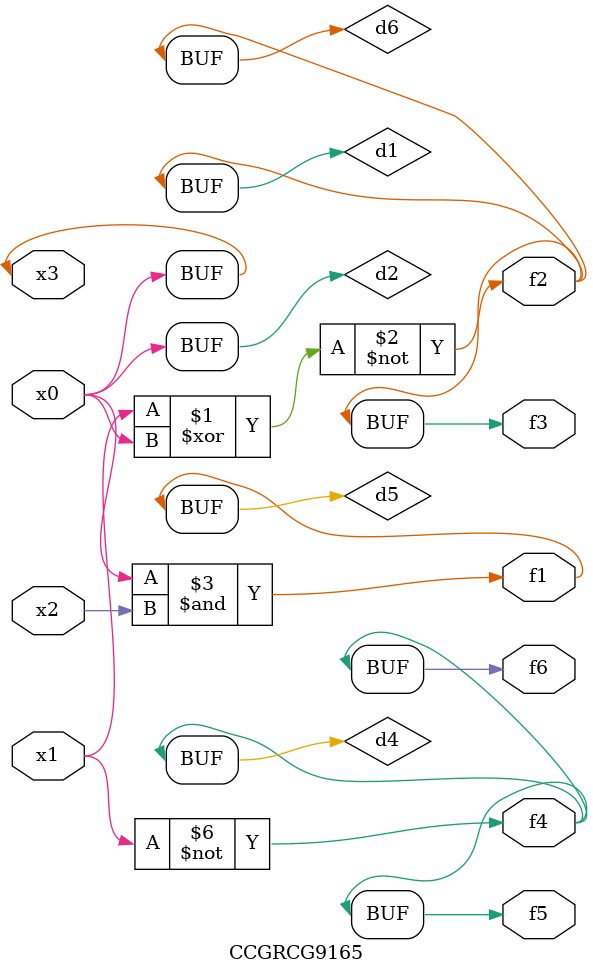
<source format=v>
module CCGRCG9165(
	input x0, x1, x2, x3,
	output f1, f2, f3, f4, f5, f6
);

	wire d1, d2, d3, d4, d5, d6;

	xnor (d1, x1, x3);
	buf (d2, x0, x3);
	nand (d3, x0, x2);
	not (d4, x1);
	nand (d5, d3);
	or (d6, d1);
	assign f1 = d5;
	assign f2 = d6;
	assign f3 = d6;
	assign f4 = d4;
	assign f5 = d4;
	assign f6 = d4;
endmodule

</source>
